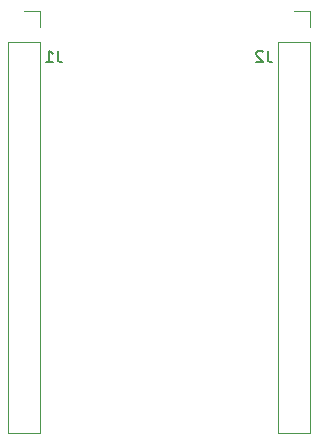
<source format=gbr>
%TF.GenerationSoftware,KiCad,Pcbnew,5.1.4-3.fc31*%
%TF.CreationDate,2019-11-27T18:40:14+01:00*%
%TF.ProjectId,SSOP-28_5.3x10.2mm_P0.65,53534f50-2d32-4385-9f35-2e337831302e,1.0*%
%TF.SameCoordinates,PX791ddc0PY6350ce0*%
%TF.FileFunction,Legend,Bot*%
%TF.FilePolarity,Positive*%
%FSLAX46Y46*%
G04 Gerber Fmt 4.6, Leading zero omitted, Abs format (unit mm)*
G04 Created by KiCad (PCBNEW 5.1.4-3.fc31) date 2019-11-27 18:40:14*
%MOMM*%
%LPD*%
G04 APERTURE LIST*
%ADD10C,0.120000*%
%ADD11C,0.150000*%
%ADD12R,1.802000X1.802000*%
%ADD13O,1.802000X1.802000*%
G04 APERTURE END LIST*
D10*
%TO.C,J1*%
X3870000Y1210000D02*
X1210000Y1210000D01*
X3870000Y34290000D02*
X3870000Y1210000D01*
X1210000Y34290000D02*
X1210000Y1210000D01*
X3870000Y34290000D02*
X1210000Y34290000D01*
X3870000Y35560000D02*
X3870000Y36890000D01*
X3870000Y36890000D02*
X2540000Y36890000D01*
%TO.C,J2*%
X26730000Y36890000D02*
X25400000Y36890000D01*
X26730000Y35560000D02*
X26730000Y36890000D01*
X26730000Y34290000D02*
X24070000Y34290000D01*
X24070000Y34290000D02*
X24070000Y1210000D01*
X26730000Y34290000D02*
X26730000Y1210000D01*
X26730000Y1210000D02*
X24070000Y1210000D01*
%TO.C,J1*%
D11*
X5413333Y33567620D02*
X5413333Y32853334D01*
X5460952Y32710477D01*
X5556190Y32615239D01*
X5699047Y32567620D01*
X5794285Y32567620D01*
X4413333Y32567620D02*
X4984761Y32567620D01*
X4699047Y32567620D02*
X4699047Y33567620D01*
X4794285Y33424762D01*
X4889523Y33329524D01*
X4984761Y33281905D01*
%TO.C,J2*%
X23193333Y33567620D02*
X23193333Y32853334D01*
X23240952Y32710477D01*
X23336190Y32615239D01*
X23479047Y32567620D01*
X23574285Y32567620D01*
X22764761Y33472381D02*
X22717142Y33520000D01*
X22621904Y33567620D01*
X22383809Y33567620D01*
X22288571Y33520000D01*
X22240952Y33472381D01*
X22193333Y33377143D01*
X22193333Y33281905D01*
X22240952Y33139048D01*
X22812380Y32567620D01*
X22193333Y32567620D01*
%TD*%
%LPC*%
D12*
%TO.C,J1*%
X2540000Y35560000D03*
D13*
X2540000Y33020000D03*
X2540000Y30480000D03*
X2540000Y27940000D03*
X2540000Y25400000D03*
X2540000Y22860000D03*
X2540000Y20320000D03*
X2540000Y17780000D03*
X2540000Y15240000D03*
X2540000Y12700000D03*
X2540000Y10160000D03*
X2540000Y7620000D03*
X2540000Y5080000D03*
X2540000Y2540000D03*
%TD*%
%TO.C,J2*%
X25400000Y2540000D03*
X25400000Y5080000D03*
X25400000Y7620000D03*
X25400000Y10160000D03*
X25400000Y12700000D03*
X25400000Y15240000D03*
X25400000Y17780000D03*
X25400000Y20320000D03*
X25400000Y22860000D03*
X25400000Y25400000D03*
X25400000Y27940000D03*
X25400000Y30480000D03*
X25400000Y33020000D03*
D12*
X25400000Y35560000D03*
%TD*%
M02*

</source>
